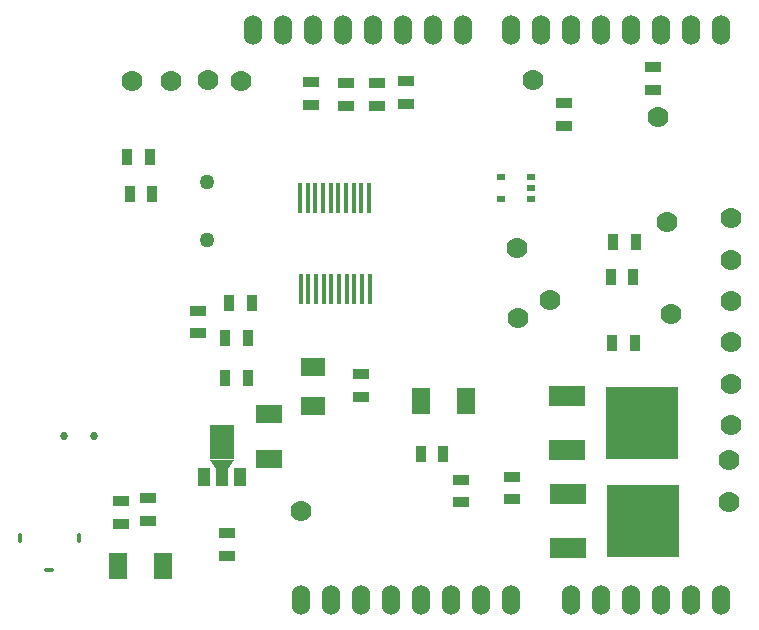
<source format=gts>
G04 (created by PCBNEW (2013-07-07 BZR 4022)-stable) date 8/21/2014 7:52:51 AM*
%MOIN*%
G04 Gerber Fmt 3.4, Leading zero omitted, Abs format*
%FSLAX34Y34*%
G01*
G70*
G90*
G04 APERTURE LIST*
%ADD10C,0.00590551*%
%ADD11O,0.06X0.1*%
%ADD12R,0.035X0.055*%
%ADD13R,0.055X0.035*%
%ADD14R,0.063X0.0866*%
%ADD15R,0.08X0.06*%
%ADD16R,0.011811X0.0984252*%
%ADD17R,0.12X0.065*%
%ADD18R,0.24X0.24*%
%ADD19O,0.011811X0.0393701*%
%ADD20O,0.0393701X0.011811*%
%ADD21R,0.03X0.02*%
%ADD22R,0.0394X0.0591*%
%ADD23R,0.0787X0.1181*%
%ADD24C,0.0271654*%
%ADD25C,0.05*%
%ADD26C,0.07*%
%ADD27R,0.0866X0.063*%
G04 APERTURE END LIST*
G54D10*
G54D11*
X75852Y-26535D03*
X74852Y-26535D03*
X73852Y-26535D03*
X72852Y-26535D03*
X71852Y-26535D03*
X70852Y-26535D03*
X69852Y-26535D03*
X68852Y-26535D03*
X73452Y-45535D03*
X72452Y-45535D03*
X71452Y-45535D03*
X70452Y-45535D03*
X74452Y-45535D03*
X75452Y-45535D03*
X76452Y-45535D03*
X77452Y-45535D03*
X79452Y-45535D03*
X80452Y-45535D03*
X81452Y-45535D03*
X82452Y-45535D03*
X83452Y-45535D03*
X84452Y-45535D03*
X84452Y-26535D03*
X83452Y-26535D03*
X82452Y-26535D03*
X81452Y-26535D03*
X80452Y-26535D03*
X79452Y-26535D03*
X78452Y-26535D03*
X77452Y-26535D03*
G54D12*
X81575Y-36968D03*
X80825Y-36968D03*
G54D13*
X67972Y-43306D03*
X67972Y-44056D03*
X64448Y-42243D03*
X64448Y-42993D03*
X65354Y-42144D03*
X65354Y-42894D03*
G54D12*
X80786Y-34753D03*
X81536Y-34753D03*
X81605Y-33602D03*
X80855Y-33602D03*
G54D13*
X79216Y-29729D03*
X79216Y-28979D03*
X72448Y-38014D03*
X72448Y-38764D03*
G54D12*
X67924Y-36791D03*
X68674Y-36791D03*
G54D13*
X75797Y-42274D03*
X75797Y-41524D03*
G54D12*
X67932Y-38129D03*
X68682Y-38129D03*
G54D13*
X67007Y-36646D03*
X67007Y-35896D03*
G54D12*
X68054Y-35629D03*
X68804Y-35629D03*
X64664Y-30779D03*
X65414Y-30779D03*
X64743Y-31988D03*
X65493Y-31988D03*
G54D14*
X64370Y-44389D03*
X65866Y-44389D03*
G54D12*
X75197Y-40659D03*
X74447Y-40659D03*
G54D15*
X70838Y-37779D03*
X70838Y-39079D03*
G54D13*
X70777Y-28278D03*
X70777Y-29028D03*
X72972Y-28308D03*
X72972Y-29058D03*
X73966Y-28249D03*
X73966Y-28999D03*
X82185Y-27784D03*
X82185Y-28534D03*
G54D16*
X70437Y-35173D03*
X70692Y-35173D03*
X70948Y-35173D03*
X71204Y-35173D03*
X71460Y-35173D03*
X71716Y-35173D03*
X71972Y-35173D03*
X72228Y-35173D03*
X72484Y-35173D03*
X72740Y-35173D03*
X72720Y-32122D03*
X72464Y-32122D03*
X72208Y-32122D03*
X71952Y-32122D03*
X71696Y-32122D03*
X71440Y-32122D03*
X71185Y-32122D03*
X70929Y-32122D03*
X70673Y-32122D03*
X70417Y-32122D03*
G54D17*
X79330Y-38745D03*
G54D18*
X81830Y-39645D03*
G54D17*
X79330Y-40545D03*
G54D13*
X71938Y-28308D03*
X71938Y-29058D03*
G54D19*
X61082Y-43484D03*
G54D20*
X62066Y-44547D03*
G54D19*
X63051Y-43484D03*
G54D14*
X74468Y-38917D03*
X75964Y-38917D03*
G54D13*
X77488Y-42170D03*
X77488Y-41420D03*
G54D17*
X79350Y-42013D03*
G54D18*
X81850Y-42913D03*
G54D17*
X79350Y-43813D03*
G54D21*
X78127Y-32176D03*
X78127Y-31426D03*
X77127Y-32176D03*
X78127Y-31801D03*
X77127Y-31426D03*
G54D22*
X67223Y-41447D03*
X67814Y-41447D03*
X68405Y-41447D03*
G54D23*
X67814Y-40285D03*
G54D10*
G36*
X68208Y-40866D02*
X68011Y-41161D01*
X67617Y-41161D01*
X67420Y-40866D01*
X68208Y-40866D01*
X68208Y-40866D01*
G37*
G54D24*
X62539Y-40070D03*
X63547Y-40074D03*
G54D25*
X67326Y-31602D03*
X67326Y-33523D03*
G54D26*
X84771Y-32813D03*
X84771Y-34191D03*
X84771Y-35569D03*
X84771Y-36947D03*
X84771Y-38325D03*
X84771Y-39703D03*
X84732Y-40876D03*
X84732Y-42254D03*
G54D27*
X69400Y-40838D03*
X69400Y-39342D03*
G54D26*
X82650Y-32930D03*
X70470Y-42570D03*
X77670Y-33810D03*
X77700Y-36150D03*
X82790Y-35990D03*
X67340Y-28200D03*
X66120Y-28230D03*
X64810Y-28220D03*
X68460Y-28230D03*
X82360Y-29420D03*
X78190Y-28210D03*
X78750Y-35530D03*
M02*

</source>
